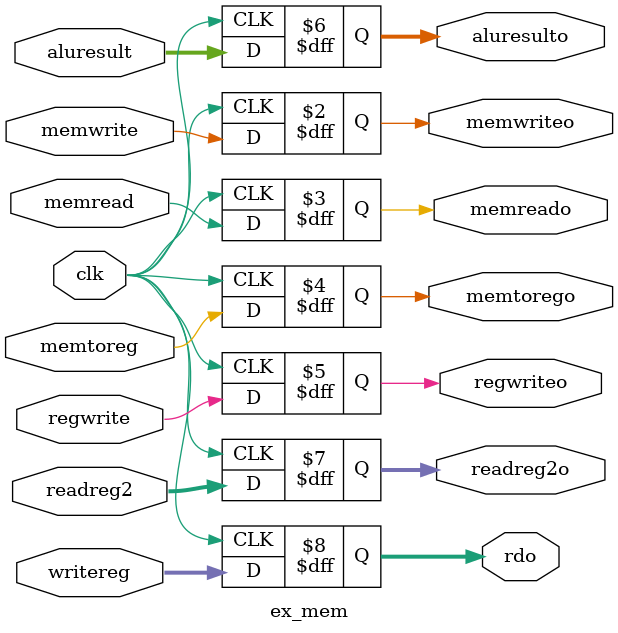
<source format=v>
`timescale 1ns / 1ps


module ex_mem(input clk,input memwrite,output reg memwriteo, input memread , output reg memreado,
 input memtoreg , output reg memtorego ,input regwrite,output reg regwriteo , input [4:0]writereg
,input [31:0]aluresult, output reg [31:0]aluresulto, input [31:0]readreg2, output reg [31:0]readreg2o, output reg [4:0]rdo);
always@(posedge clk)
begin 
   rdo<=writereg;
   aluresulto<=aluresult;
   readreg2o<=readreg2;
   regwriteo<=regwrite;
   memwriteo<=memwrite;
   memreado<=memread;
   memtorego<=memtoreg;
      
end
endmodule

</source>
